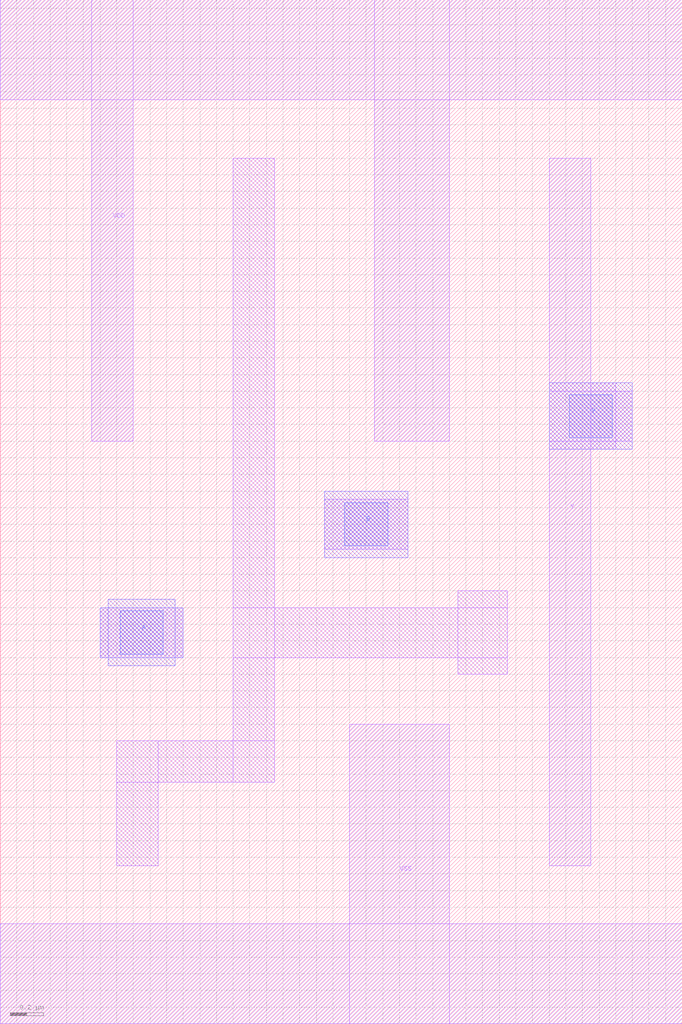
<source format=lef>
# Copyright 2022 Google LLC
# Licensed under the Apache License, Version 2.0 (the "License");
# you may not use this file except in compliance with the License.
# You may obtain a copy of the License at
#
#      http://www.apache.org/licenses/LICENSE-2.0
#
# Unless required by applicable law or agreed to in writing, software
# distributed under the License is distributed on an "AS IS" BASIS,
# WITHOUT WARRANTIES OR CONDITIONS OF ANY KIND, either express or implied.
# See the License for the specific language governing permissions and
# limitations under the License.
VERSION 5.7 ;
BUSBITCHARS "[]" ;
DIVIDERCHAR "/" ;

MACRO gf180mcu_osu_sc_gp9t3v3__and2_1
  CLASS CORE ;
  ORIGIN 0 0 ;
  FOREIGN gf180mcu_osu_sc_gp9t3v3__and2_1 0 0 ;
  SIZE 4.1 BY 6.15 ;
  SYMMETRY X Y ;
  SITE GF180_3p3_12t ;
  PIN VDD
    DIRECTION INOUT ;
    USE POWER ;
    SHAPE ABUTMENT ;
    PORT
      LAYER MET1 ;
        RECT 0 5.55 4.1 6.15 ;
        RECT 2.25 3.5 2.7 6.15 ;
        RECT 0.55 3.5 0.8 6.15 ;
    END
  END VDD
  PIN VSS
    DIRECTION INOUT ;
    USE GROUND ;
    PORT
      LAYER MET1 ;
        RECT 0 0 4.1 0.6 ;
        RECT 2.1 0 2.7 1.8 ;
    END
  END VSS
  PIN A
    DIRECTION INPUT ;
    USE SIGNAL ;
    PORT
      LAYER MET1 ;
        RECT 0.6 2.2 1.1 2.5 ;
      LAYER MET2 ;
        RECT 0.6 2.2 1.1 2.5 ;
        RECT 0.65 2.15 1.05 2.55 ;
      LAYER VIA12 ;
        RECT 0.72 2.22 0.98 2.48 ;
    END
  END A
  PIN B
    DIRECTION INPUT ;
    USE SIGNAL ;
    PORT
      LAYER MET1 ;
        RECT 1.95 2.85 2.45 3.15 ;
      LAYER MET2 ;
        RECT 1.95 2.8 2.45 3.2 ;
      LAYER VIA12 ;
        RECT 2.07 2.87 2.33 3.13 ;
    END
  END B
  PIN Y
    DIRECTION OUTPUT ;
    USE SIGNAL ;
    PORT
      LAYER MET1 ;
        RECT 3.3 3.5 3.8 3.8 ;
        RECT 3.3 3.45 3.7 3.85 ;
        RECT 3.3 0.95 3.55 5.2 ;
      LAYER MET2 ;
        RECT 3.3 3.45 3.8 3.85 ;
      LAYER VIA12 ;
        RECT 3.42 3.52 3.68 3.78 ;
    END
  END Y
  OBS
    LAYER MET1 ;
      RECT 1.4 1.45 1.65 5.2 ;
      RECT 2.75 2.1 3.05 2.6 ;
      RECT 1.4 2.2 3.05 2.5 ;
      RECT 0.7 1.45 1.65 1.7 ;
      RECT 0.7 0.95 0.95 1.7 ;
  END
END gf180mcu_osu_sc_gp9t3v3__and2_1

</source>
